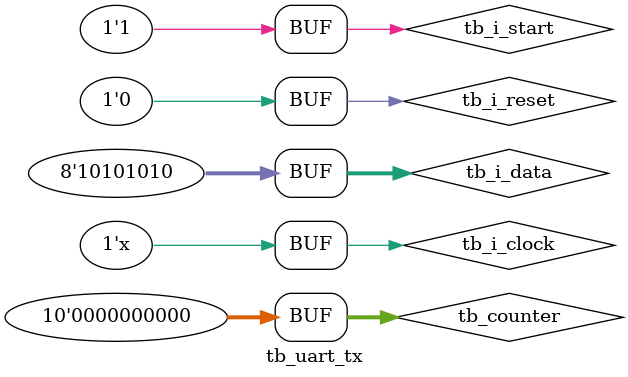
<source format=v>
`timescale 1ns/100ps

module tb_uart_tx();

localparam                  NB_DATA              =   8;
localparam                  NB_STOP              =   1;
localparam                  BAUD_RATE            =   9600;
localparam                  SYS_CLOCK            =   100*(10**6);
localparam                  TICK_RATE            =   SYS_CLOCK / (BAUD_RATE*16);
localparam                  NB_TICK_COUNTER      =   $clog2(TICK_RATE);
localparam                  NB_DATA_COUNTER      =   $clog2(NB_DATA); 
localparam                  NB_TB_COUNTER        =   10;

reg                         tb_i_clock;
reg                         tb_i_reset;
wire                        tb_tick;
reg [NB_DATA-1 : 0]         tb_i_data;
reg                         tb_i_start;
wire                        tb_o_data;
wire                        tb_o_data_valid;
wire                        tb_o_available_tx;
reg [NB_TB_COUNTER-1 : 0]   tb_counter;

initial
begin
    tb_i_clock              = 1'b0;
    tb_i_reset              = 1'b1;
    tb_i_start              = 1'b0;
    tb_counter              = {NB_TB_COUNTER{1'b0}};
#10
    tb_i_reset              = 1'b0;
#10
    tb_i_start              = 1'b1;  //start bit
    tb_i_data               = 8'b10101010;
end

always #2 tb_i_clock = ~tb_i_clock;

baudrate_generator
#(
    .BAUD_RATE(BAUD_RATE),
    .SYS_CLOCK(SYS_CLOCK),
    .TICK_RATE(TICK_RATE),
    .NB_TICK_COUNTER(NB_TICK_COUNTER)
)
u_baudrate_gen
(
    .i_clock(tb_i_clock),
    .i_reset(tb_i_reset),
    .o_tick(tb_tick)
);

uart_tx
#(
    .NB_DATA(NB_DATA),
    .NB_STOP(NB_STOP),
    .BAUD_RATE(BAUD_RATE),
    .SYS_CLOCK(SYS_CLOCK),
    .TICK_RATE(TICK_RATE),
    .NB_TICK_COUNTER(NB_TICK_COUNTER),
    .NB_DATA_COUNTER(NB_DATA_COUNTER)
)
u_uart_tx
(
    .i_clock(tb_i_clock),
    .i_reset(tb_i_reset),
    .i_tick(tb_tick),
    .i_data(tb_i_data),
    .i_start(tb_i_start),
    .o_data(tb_o_data),
    .o_data_valid(tb_o_data_valid),
    .o_available_tx(tb_o_available_tx)
);

endmodule
</source>
